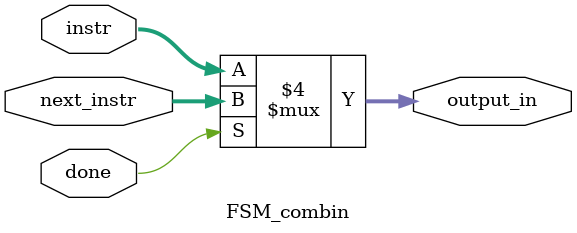
<source format=v>
module FSM_combin(instr,next_instr,done,output_in);
	input[11:0] instr,next_instr;
	input done;
	output reg[11:0] output_in;
	
	always @(*) begin
		if (done == 1'b1) begin
			output_in <= next_instr;
			

		end
		else begin
			output_in <= instr;
		end
	
	end
	
	
	
		
endmodule
	

</source>
